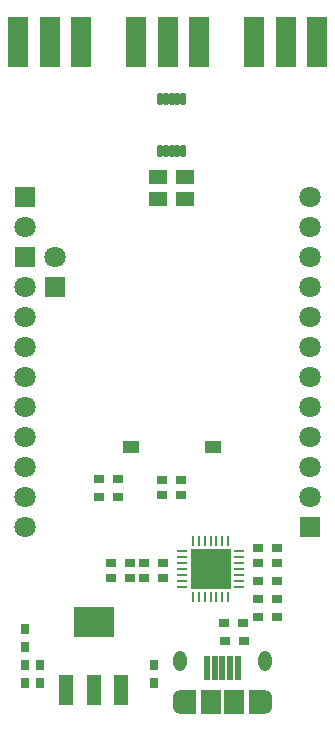
<source format=gts>
%FSTAX24Y24*%
%MOIN*%
%SFA1B1*%

%IPPOS*%
%AMD21*
4,1,8,-0.005900,-0.041400,0.005900,-0.041400,0.033500,-0.013800,0.033500,0.013800,0.005900,0.041400,-0.005900,0.041400,-0.033500,0.013800,-0.033500,-0.013800,-0.005900,-0.041400,0.0*
1,1,0.055200,-0.005900,-0.013800*
1,1,0.055200,0.005900,-0.013800*
1,1,0.055200,0.005900,0.013800*
1,1,0.055200,-0.005900,0.013800*
%
%AMD27*
4,1,8,-0.003000,-0.021500,0.003000,-0.021500,0.010000,-0.014500,0.010000,0.014500,0.003000,0.021500,-0.003000,0.021500,-0.010000,0.014500,-0.010000,-0.014500,-0.003000,-0.021500,0.0*
1,1,0.014000,-0.003000,-0.014500*
1,1,0.014000,0.003000,-0.014500*
1,1,0.014000,0.003000,0.014500*
1,1,0.014000,-0.003000,0.014500*
%
%AMD28*
4,1,8,-0.003000,-0.021500,0.003000,-0.021500,0.010000,-0.014500,0.010000,0.014500,0.003000,0.021500,-0.003000,0.021500,-0.010000,0.014500,-0.010000,-0.014500,-0.003000,-0.021500,0.0*
1,1,0.014000,-0.003000,-0.014500*
1,1,0.014000,0.003000,-0.014500*
1,1,0.014000,0.003000,0.014500*
1,1,0.014000,-0.003000,0.014500*
%
%ADD17R,0.055200X0.039500*%
%ADD18R,0.031500X0.037400*%
%ADD19R,0.023700X0.080800*%
%ADD20R,0.047400X0.082800*%
G04~CAMADD=21~8~0.0~0.0~671.0~828.0~276.0~0.0~15~0.0~0.0~0.0~0.0~0~0.0~0.0~0.0~0.0~0~0.0~0.0~0.0~180.0~670.0~827.0*
%ADD21D21*%
%ADD22R,0.067100X0.082800*%
%ADD23R,0.037400X0.031500*%
%ADD24R,0.047400X0.102500*%
%ADD25R,0.137900X0.102500*%
%ADD26R,0.067100X0.165500*%
G04~CAMADD=27~8~0.0~0.0~200.0~430.0~70.0~0.0~15~0.0~0.0~0.0~0.0~0~0.0~0.0~0.0~0.0~0~0.0~0.0~0.0~180.0~200.0~430.0*
%ADD27D27*%
G04~CAMADD=28~8~0.0~0.0~200.0~430.0~70.0~0.0~15~0.0~0.0~0.0~0.0~0~0.0~0.0~0.0~0.0~0~0.0~0.0~0.0~180.0~200.0~430.0*
%ADD28D28*%
%ADD29R,0.059200X0.051300*%
%ADD30R,0.037000X0.011400*%
%ADD31R,0.011400X0.037000*%
%ADD32R,0.134000X0.134000*%
%ADD33O,0.043400X0.067100*%
%ADD34C,0.071000*%
%ADD35R,0.071000X0.071000*%
%LNv3-1*%
%LPD*%
G54D17*
X038132Y025852D03*
X040888D03*
G54D18*
X0346Y019815D03*
Y019185D03*
X0389Y017985D03*
Y018615D03*
X0351D03*
Y017985D03*
X0346Y018615D03*
Y017985D03*
G54D19*
X040683Y018509D03*
X040939D03*
X041195D03*
X041451D03*
X041707D03*
G54D20*
X042307Y017362D03*
X040093D03*
G54D21*
X042529Y017362D03*
X039871D03*
G54D22*
X041589Y017362D03*
X040801D03*
G54D23*
X041887Y02D03*
X041257D03*
X041285Y0194D03*
X041915D03*
X038585Y0215D03*
X039215D03*
X038585Y022D03*
X039215D03*
X042385Y0208D03*
X043015D03*
X042385Y0202D03*
X043015D03*
X039825Y024752D03*
X039195D03*
X037085Y0248D03*
X037715D03*
Y0242D03*
X037085D03*
X042385Y0214D03*
X043015D03*
X042385Y022D03*
X043015D03*
X042385Y0225D03*
X043015D03*
X039195Y024252D03*
X039825D03*
X038115Y0215D03*
X037485D03*
X038115Y022D03*
X037485D03*
G54D24*
X035994Y017758D03*
X0369D03*
X037806D03*
G54D25*
X0369Y020042D03*
G54D26*
X043307Y03937D03*
X044357D03*
X042257D03*
X03937D03*
X04042D03*
X03832D03*
X035433D03*
X036483D03*
X034383D03*
G54D27*
X039106Y037455D03*
X039303D03*
X0395D03*
X039697D03*
X039894D03*
Y035745D03*
X039697D03*
X0395D03*
X039303D03*
G54D28*
X039106Y035745D03*
G54D29*
X039953Y034126D03*
Y034874D03*
X039047Y034126D03*
Y034874D03*
G54D30*
X039855Y022194D03*
Y021209D03*
Y0218D03*
Y021997D03*
Y021603D03*
Y021406D03*
Y022391D03*
X041745D03*
Y021406D03*
Y021603D03*
Y021997D03*
Y0218D03*
Y021209D03*
Y022194D03*
G54D31*
X0408Y022745D03*
X040603D03*
X040406D03*
X040209D03*
X040997D03*
X041194D03*
X041391D03*
Y020855D03*
X041194D03*
X040997D03*
X040209D03*
X040406D03*
X040603D03*
X0408D03*
G54D32*
X0408Y0218D03*
G54D33*
X042607Y017362D03*
X039793D03*
Y01872D03*
X042607D03*
G54D34*
X0346Y0302D03*
Y0232D03*
Y0242D03*
Y0252D03*
Y0262D03*
Y0272D03*
Y0282D03*
Y0292D03*
Y0312D03*
Y0332D03*
X0356Y0322D03*
X0441Y0342D03*
Y0332D03*
Y0322D03*
Y0312D03*
Y0302D03*
Y0292D03*
Y0282D03*
Y0272D03*
Y0262D03*
Y0252D03*
Y0242D03*
G54D35*
X0346Y0322D03*
Y0342D03*
X0356Y0312D03*
X0441Y0232D03*
M02*
</source>
